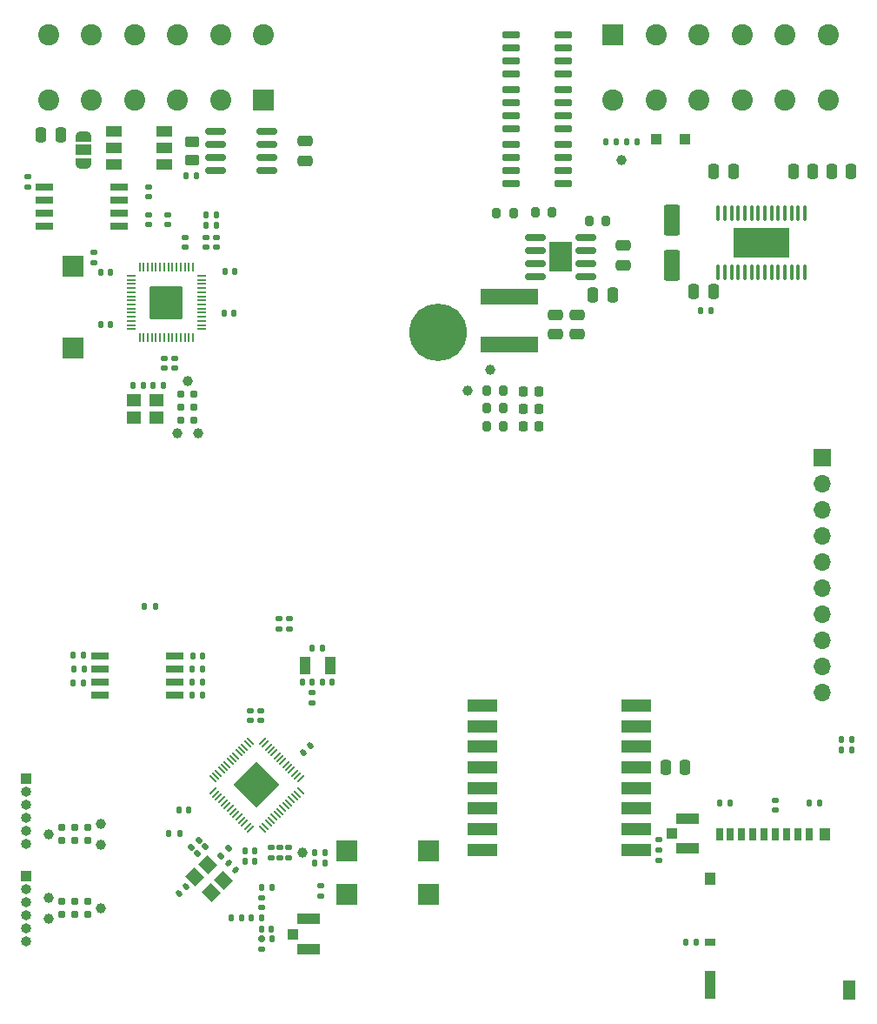
<source format=gbr>
%TF.GenerationSoftware,KiCad,Pcbnew,(6.0.2)*%
%TF.CreationDate,2022-05-18T10:59:20-06:00*%
%TF.ProjectId,RGB-controller,5247422d-636f-46e7-9472-6f6c6c65722e,rev?*%
%TF.SameCoordinates,Original*%
%TF.FileFunction,Soldermask,Top*%
%TF.FilePolarity,Negative*%
%FSLAX46Y46*%
G04 Gerber Fmt 4.6, Leading zero omitted, Abs format (unit mm)*
G04 Created by KiCad (PCBNEW (6.0.2)) date 2022-05-18 10:59:20*
%MOMM*%
%LPD*%
G01*
G04 APERTURE LIST*
G04 Aperture macros list*
%AMRoundRect*
0 Rectangle with rounded corners*
0 $1 Rounding radius*
0 $2 $3 $4 $5 $6 $7 $8 $9 X,Y pos of 4 corners*
0 Add a 4 corners polygon primitive as box body*
4,1,4,$2,$3,$4,$5,$6,$7,$8,$9,$2,$3,0*
0 Add four circle primitives for the rounded corners*
1,1,$1+$1,$2,$3*
1,1,$1+$1,$4,$5*
1,1,$1+$1,$6,$7*
1,1,$1+$1,$8,$9*
0 Add four rect primitives between the rounded corners*
20,1,$1+$1,$2,$3,$4,$5,0*
20,1,$1+$1,$4,$5,$6,$7,0*
20,1,$1+$1,$6,$7,$8,$9,0*
20,1,$1+$1,$8,$9,$2,$3,0*%
%AMRotRect*
0 Rectangle, with rotation*
0 The origin of the aperture is its center*
0 $1 length*
0 $2 width*
0 $3 Rotation angle, in degrees counterclockwise*
0 Add horizontal line*
21,1,$1,$2,0,0,$3*%
%AMFreePoly0*
4,1,22,0.550000,-0.750000,0.000000,-0.750000,0.000000,-0.745033,-0.079941,-0.743568,-0.215256,-0.701293,-0.333266,-0.622738,-0.424486,-0.514219,-0.481581,-0.384460,-0.499164,-0.250000,-0.500000,-0.250000,-0.500000,0.250000,-0.499164,0.250000,-0.499963,0.256109,-0.478152,0.396186,-0.417904,0.524511,-0.324060,0.630769,-0.204165,0.706417,-0.067858,0.745374,0.000000,0.744959,0.000000,0.750000,
0.550000,0.750000,0.550000,-0.750000,0.550000,-0.750000,$1*%
%AMFreePoly1*
4,1,20,0.000000,0.744959,0.073905,0.744508,0.209726,0.703889,0.328688,0.626782,0.421226,0.519385,0.479903,0.390333,0.500000,0.250000,0.500000,-0.250000,0.499851,-0.262216,0.476331,-0.402017,0.414519,-0.529596,0.319384,-0.634700,0.198574,-0.708877,0.061801,-0.746166,0.000000,-0.745033,0.000000,-0.750000,-0.550000,-0.750000,-0.550000,0.750000,0.000000,0.750000,0.000000,0.744959,
0.000000,0.744959,$1*%
G04 Aperture macros list end*
%ADD10R,0.700000X1.200000*%
%ADD11R,1.000000X1.200000*%
%ADD12R,1.300000X1.900000*%
%ADD13R,1.000000X2.800000*%
%ADD14R,1.000000X0.800000*%
%ADD15RoundRect,0.250000X0.250000X0.475000X-0.250000X0.475000X-0.250000X-0.475000X0.250000X-0.475000X0*%
%ADD16RoundRect,0.140000X-0.140000X-0.170000X0.140000X-0.170000X0.140000X0.170000X-0.140000X0.170000X0*%
%ADD17R,5.700000X1.600000*%
%ADD18RoundRect,0.250000X-0.475000X0.250000X-0.475000X-0.250000X0.475000X-0.250000X0.475000X0.250000X0*%
%ADD19RoundRect,0.140000X-0.021213X0.219203X-0.219203X0.021213X0.021213X-0.219203X0.219203X-0.021213X0*%
%ADD20RoundRect,0.140000X0.170000X-0.140000X0.170000X0.140000X-0.170000X0.140000X-0.170000X-0.140000X0*%
%ADD21C,0.990600*%
%ADD22C,0.787400*%
%ADD23RoundRect,0.150000X0.825000X0.150000X-0.825000X0.150000X-0.825000X-0.150000X0.825000X-0.150000X0*%
%ADD24RoundRect,0.140000X-0.219203X-0.021213X-0.021213X-0.219203X0.219203X0.021213X0.021213X0.219203X0*%
%ADD25RoundRect,0.200000X-0.200000X-0.275000X0.200000X-0.275000X0.200000X0.275000X-0.200000X0.275000X0*%
%ADD26R,1.000000X1.000000*%
%ADD27O,1.000000X1.000000*%
%ADD28RoundRect,0.250000X-0.550000X1.250000X-0.550000X-1.250000X0.550000X-1.250000X0.550000X1.250000X0*%
%ADD29RoundRect,0.135000X-0.035355X0.226274X-0.226274X0.035355X0.035355X-0.226274X0.226274X-0.035355X0*%
%ADD30R,1.400000X1.200000*%
%ADD31RoundRect,0.135000X0.135000X0.185000X-0.135000X0.185000X-0.135000X-0.185000X0.135000X-0.185000X0*%
%ADD32FreePoly0,90.000000*%
%ADD33R,1.500000X1.000000*%
%ADD34FreePoly1,90.000000*%
%ADD35R,1.700000X0.650000*%
%ADD36RoundRect,0.140000X0.140000X0.170000X-0.140000X0.170000X-0.140000X-0.170000X0.140000X-0.170000X0*%
%ADD37R,3.000000X1.200000*%
%ADD38RoundRect,0.135000X-0.185000X0.135000X-0.185000X-0.135000X0.185000X-0.135000X0.185000X0.135000X0*%
%ADD39R,2.200000X1.050000*%
%ADD40R,1.050000X1.000000*%
%ADD41RoundRect,0.135000X-0.135000X-0.185000X0.135000X-0.185000X0.135000X0.185000X-0.135000X0.185000X0*%
%ADD42C,1.000000*%
%ADD43RoundRect,0.147500X-0.172500X0.147500X-0.172500X-0.147500X0.172500X-0.147500X0.172500X0.147500X0*%
%ADD44RoundRect,0.135000X0.185000X-0.135000X0.185000X0.135000X-0.185000X0.135000X-0.185000X-0.135000X0*%
%ADD45RoundRect,0.140000X-0.170000X0.140000X-0.170000X-0.140000X0.170000X-0.140000X0.170000X0.140000X0*%
%ADD46R,1.100000X1.100000*%
%ADD47RoundRect,0.050000X0.309359X-0.238649X-0.238649X0.309359X-0.309359X0.238649X0.238649X-0.309359X0*%
%ADD48RoundRect,0.050000X0.309359X0.238649X0.238649X0.309359X-0.309359X-0.238649X-0.238649X-0.309359X0*%
%ADD49RoundRect,0.144000X2.059095X0.000000X0.000000X2.059095X-2.059095X0.000000X0.000000X-2.059095X0*%
%ADD50R,2.056000X2.056000*%
%ADD51C,2.056000*%
%ADD52RoundRect,0.150000X-0.725000X-0.150000X0.725000X-0.150000X0.725000X0.150000X-0.725000X0.150000X0*%
%ADD53RoundRect,0.250000X0.475000X-0.250000X0.475000X0.250000X-0.475000X0.250000X-0.475000X-0.250000X0*%
%ADD54RoundRect,0.218750X-0.218750X-0.256250X0.218750X-0.256250X0.218750X0.256250X-0.218750X0.256250X0*%
%ADD55RoundRect,0.147500X0.147500X0.172500X-0.147500X0.172500X-0.147500X-0.172500X0.147500X-0.172500X0*%
%ADD56R,2.290000X3.000000*%
%ADD57R,2.000000X2.000000*%
%ADD58RoundRect,0.200000X0.200000X0.275000X-0.200000X0.275000X-0.200000X-0.275000X0.200000X-0.275000X0*%
%ADD59RoundRect,0.135000X0.035355X-0.226274X0.226274X-0.035355X-0.035355X0.226274X-0.226274X0.035355X0*%
%ADD60RoundRect,0.140000X0.021213X-0.219203X0.219203X-0.021213X-0.021213X0.219203X-0.219203X0.021213X0*%
%ADD61C,5.600000*%
%ADD62R,1.000000X1.800000*%
%ADD63RoundRect,0.100000X-0.100000X0.637500X-0.100000X-0.637500X0.100000X-0.637500X0.100000X0.637500X0*%
%ADD64R,5.400000X2.850000*%
%ADD65R,1.700000X1.700000*%
%ADD66O,1.700000X1.700000*%
%ADD67RotRect,1.400000X1.200000X135.000000*%
%ADD68RoundRect,0.250000X-0.450000X0.262500X-0.450000X-0.262500X0.450000X-0.262500X0.450000X0.262500X0*%
%ADD69RoundRect,0.050000X-0.387500X-0.050000X0.387500X-0.050000X0.387500X0.050000X-0.387500X0.050000X0*%
%ADD70RoundRect,0.050000X-0.050000X-0.387500X0.050000X-0.387500X0.050000X0.387500X-0.050000X0.387500X0*%
%ADD71RoundRect,0.144000X-1.456000X-1.456000X1.456000X-1.456000X1.456000X1.456000X-1.456000X1.456000X0*%
G04 APERTURE END LIST*
D10*
%TO.C,J3*%
X103085000Y-122845003D03*
X101985000Y-122845003D03*
X100885000Y-122845003D03*
X99785000Y-122845003D03*
X98685000Y-122845003D03*
X97585000Y-122845003D03*
X96485000Y-122845003D03*
X95385000Y-122845003D03*
D11*
X93485000Y-127145003D03*
D12*
X106985000Y-137945003D03*
D13*
X93485000Y-137495003D03*
D11*
X104635000Y-122845003D03*
D14*
X93485000Y-133345003D03*
D10*
X94435000Y-122845003D03*
%TD*%
D15*
%TO.C,C32*%
X83955001Y-70325000D03*
X82055001Y-70325000D03*
%TD*%
D16*
%TO.C,C24*%
X39230000Y-79100000D03*
X40190000Y-79100000D03*
%TD*%
D17*
%TO.C,L6*%
X73950000Y-70480000D03*
X73950000Y-75180000D03*
%TD*%
D18*
%TO.C,C5*%
X53990000Y-55364999D03*
X53990000Y-57264999D03*
%TD*%
D19*
%TO.C,C22*%
X42377559Y-127881163D03*
X41698737Y-128559985D03*
%TD*%
D20*
%TO.C,C16*%
X48680000Y-111760000D03*
X48680000Y-110800000D03*
%TD*%
D21*
%TO.C,TC3*%
X42570000Y-78700000D03*
X43586000Y-83780000D03*
X41554000Y-83780000D03*
D22*
X41935000Y-79970000D03*
X43205000Y-79970000D03*
X41935000Y-81240000D03*
X43205000Y-81240000D03*
X41935000Y-82510000D03*
X43205000Y-82510000D03*
%TD*%
D23*
%TO.C,U3*%
X50270000Y-58230000D03*
X50270000Y-56960000D03*
X50270000Y-55690000D03*
X50270000Y-54420000D03*
X45320000Y-54420000D03*
X45320000Y-55690000D03*
X45320000Y-56960000D03*
X45320000Y-58230000D03*
%TD*%
D16*
%TO.C,C21*%
X46850000Y-130980000D03*
X47810000Y-130980000D03*
%TD*%
D24*
%TO.C,C18*%
X46580589Y-125610589D03*
X47259411Y-126289411D03*
%TD*%
D25*
%TO.C,R34*%
X72650000Y-62325000D03*
X74300000Y-62325000D03*
%TD*%
D26*
%TO.C,J6*%
X26850000Y-126890000D03*
D27*
X26850000Y-128160000D03*
X26850000Y-129430000D03*
X26850000Y-130700000D03*
X26850000Y-131970000D03*
X26850000Y-133240000D03*
%TD*%
D28*
%TO.C,C47*%
X89745000Y-63074999D03*
X89745000Y-67474999D03*
%TD*%
D29*
%TO.C,R26*%
X43670624Y-123379376D03*
X42949376Y-124100624D03*
%TD*%
D30*
%TO.C,Y4*%
X39500000Y-80520000D03*
X37300000Y-80520000D03*
X37300000Y-82220000D03*
X39500000Y-82220000D03*
%TD*%
D20*
%TO.C,C33*%
X42330000Y-65660000D03*
X42330000Y-64700000D03*
%TD*%
D31*
%TO.C,R31*%
X84355000Y-55424999D03*
X83335000Y-55424999D03*
%TD*%
D15*
%TO.C,C46*%
X107185001Y-58335000D03*
X105285001Y-58335000D03*
%TD*%
D32*
%TO.C,JP2*%
X32440000Y-57500000D03*
D33*
X32440000Y-56200000D03*
D34*
X32440000Y-54900000D03*
%TD*%
D35*
%TO.C,U5*%
X34028163Y-105482086D03*
X34028163Y-106752086D03*
X34028163Y-108022086D03*
X34028163Y-109292086D03*
X41328163Y-109292086D03*
X41328163Y-108022086D03*
X41328163Y-106752086D03*
X41328163Y-105482086D03*
%TD*%
D31*
%TO.C,R43*%
X107240000Y-113550000D03*
X106220000Y-113550000D03*
%TD*%
D36*
%TO.C,C50*%
X35070000Y-68130000D03*
X34110000Y-68130000D03*
%TD*%
D21*
%TO.C,TC4*%
X34140000Y-121754000D03*
X34140000Y-123786000D03*
X29060000Y-122770000D03*
D22*
X30330000Y-123405000D03*
X30330000Y-122135000D03*
X31600000Y-123405000D03*
X31600000Y-122135000D03*
X32870000Y-123405000D03*
X32870000Y-122135000D03*
%TD*%
D15*
%TO.C,C45*%
X91024999Y-116250002D03*
X89124999Y-116250002D03*
%TD*%
D37*
%TO.C,U9*%
X71275000Y-110300000D03*
X71275000Y-112300000D03*
X71275000Y-114300000D03*
X71275000Y-116300000D03*
X71275000Y-118300000D03*
X71275000Y-120300000D03*
X71275000Y-122300000D03*
X71275000Y-124300000D03*
X86275000Y-124300000D03*
X86275000Y-122300000D03*
X86275000Y-120300000D03*
X86275000Y-118300000D03*
X86275000Y-116300000D03*
X86275000Y-114300000D03*
X86275000Y-112300000D03*
X86275000Y-110300000D03*
%TD*%
D38*
%TO.C,R8*%
X54720000Y-109000000D03*
X54720000Y-110020000D03*
%TD*%
D36*
%TO.C,C23*%
X54721644Y-108019382D03*
X53761644Y-108019382D03*
%TD*%
%TO.C,C49*%
X35050000Y-73190000D03*
X34090000Y-73190000D03*
%TD*%
D39*
%TO.C,J7*%
X54335000Y-131035000D03*
D40*
X52810000Y-132510000D03*
D39*
X54335000Y-133985000D03*
%TD*%
D29*
%TO.C,R27*%
X44260000Y-123980000D03*
X43538752Y-124701248D03*
%TD*%
D41*
%TO.C,R24*%
X91134999Y-133340002D03*
X92154999Y-133340002D03*
%TD*%
D20*
%TO.C,C38*%
X44380000Y-65660000D03*
X44380000Y-64700000D03*
%TD*%
D36*
%TO.C,C26*%
X38250000Y-79090000D03*
X37290000Y-79090000D03*
%TD*%
D15*
%TO.C,C43*%
X103455000Y-58335000D03*
X101555000Y-58335000D03*
%TD*%
D42*
%TO.C,TP3*%
X84855000Y-57155000D03*
%TD*%
D41*
%TO.C,R39*%
X92530000Y-71860000D03*
X93550000Y-71860000D03*
%TD*%
D16*
%TO.C,C40*%
X46100000Y-72060000D03*
X47060000Y-72060000D03*
%TD*%
D43*
%TO.C,L3*%
X49770000Y-128965000D03*
X49770000Y-129935000D03*
%TD*%
D44*
%TO.C,R32*%
X88504999Y-124310002D03*
X88504999Y-123290002D03*
%TD*%
D45*
%TO.C,C10*%
X50720000Y-124100000D03*
X50720000Y-125060000D03*
%TD*%
D38*
%TO.C,R37*%
X27040000Y-58810000D03*
X27040000Y-59830000D03*
%TD*%
D41*
%TO.C,R38*%
X38390000Y-100610000D03*
X39410000Y-100610000D03*
%TD*%
%TO.C,R15*%
X31440000Y-105400000D03*
X32460000Y-105400000D03*
%TD*%
D31*
%TO.C,R28*%
X50780000Y-133000000D03*
X49760000Y-133000000D03*
%TD*%
D46*
%TO.C,D5*%
X91032500Y-55180000D03*
X88232500Y-55180000D03*
%TD*%
D39*
%TO.C,J2*%
X91304999Y-121255002D03*
D40*
X89779999Y-122730002D03*
D39*
X91304999Y-124205002D03*
%TD*%
D20*
%TO.C,C29*%
X38770000Y-63480000D03*
X38770000Y-62520000D03*
%TD*%
D47*
%TO.C,U4*%
X49872202Y-122289157D03*
X50155045Y-122006314D03*
X50437887Y-121723472D03*
X50720730Y-121440629D03*
X51003573Y-121157786D03*
X51286415Y-120874944D03*
X51569258Y-120592101D03*
X51852101Y-120309258D03*
X52134944Y-120026415D03*
X52417786Y-119743573D03*
X52700629Y-119460730D03*
X52983472Y-119177887D03*
X53266314Y-118895045D03*
X53549157Y-118612202D03*
D48*
X53549157Y-117427798D03*
X53266314Y-117144955D03*
X52983472Y-116862113D03*
X52700629Y-116579270D03*
X52417786Y-116296427D03*
X52134944Y-116013585D03*
X51852101Y-115730742D03*
X51569258Y-115447899D03*
X51286415Y-115165056D03*
X51003573Y-114882214D03*
X50720730Y-114599371D03*
X50437887Y-114316528D03*
X50155045Y-114033686D03*
X49872202Y-113750843D03*
D47*
X48687798Y-113750843D03*
X48404955Y-114033686D03*
X48122113Y-114316528D03*
X47839270Y-114599371D03*
X47556427Y-114882214D03*
X47273585Y-115165056D03*
X46990742Y-115447899D03*
X46707899Y-115730742D03*
X46425056Y-116013585D03*
X46142214Y-116296427D03*
X45859371Y-116579270D03*
X45576528Y-116862113D03*
X45293686Y-117144955D03*
X45010843Y-117427798D03*
D48*
X45010843Y-118612202D03*
X45293686Y-118895045D03*
X45576528Y-119177887D03*
X45859371Y-119460730D03*
X46142214Y-119743573D03*
X46425056Y-120026415D03*
X46707899Y-120309258D03*
X46990742Y-120592101D03*
X47273585Y-120874944D03*
X47556427Y-121157786D03*
X47839270Y-121440629D03*
X48122113Y-121723472D03*
X48404955Y-122006314D03*
X48687798Y-122289157D03*
D49*
X49280000Y-118020000D03*
%TD*%
D20*
%TO.C,C28*%
X99780000Y-120450000D03*
X99780000Y-119490000D03*
%TD*%
D50*
%TO.C,J4*%
X84025000Y-45040000D03*
D51*
X88215000Y-45040000D03*
X92405000Y-45040000D03*
X96595000Y-45040000D03*
X100785000Y-45040000D03*
X104975000Y-45040000D03*
X104975000Y-51390000D03*
X100785000Y-51390000D03*
X96595000Y-51390000D03*
X92405000Y-51390000D03*
X88215000Y-51390000D03*
X84025000Y-51390000D03*
D50*
X49975000Y-51390000D03*
D51*
X45785000Y-51390000D03*
X41595000Y-51390000D03*
X37405000Y-51390000D03*
X33215000Y-51390000D03*
X29025000Y-51390000D03*
X29025000Y-45040000D03*
X33215000Y-45040000D03*
X37405000Y-45040000D03*
X41595000Y-45040000D03*
X45785000Y-45040000D03*
X49975000Y-45040000D03*
%TD*%
D52*
%TO.C,Q4*%
X74050000Y-55669999D03*
X74050000Y-56939999D03*
X74050000Y-58209999D03*
X74050000Y-59479999D03*
X79200000Y-59479999D03*
X79200000Y-58209999D03*
X79200000Y-56939999D03*
X79200000Y-55669999D03*
%TD*%
D53*
%TO.C,C39*%
X80495000Y-74155000D03*
X80495000Y-72255000D03*
%TD*%
D54*
%TO.C,D4*%
X75234998Y-83075001D03*
X76809998Y-83075001D03*
%TD*%
D16*
%TO.C,C13*%
X48130000Y-124390000D03*
X49090000Y-124390000D03*
%TD*%
D55*
%TO.C,L4*%
X49775000Y-130960000D03*
X48805000Y-130960000D03*
%TD*%
D38*
%TO.C,R4*%
X55540000Y-127800000D03*
X55540000Y-128820000D03*
%TD*%
D23*
%TO.C,U8*%
X81380000Y-68510000D03*
X81380000Y-67240000D03*
X81380000Y-65970000D03*
X81380000Y-64700000D03*
X76430000Y-64700000D03*
X76430000Y-65970000D03*
X76430000Y-67240000D03*
X76430000Y-68510000D03*
D56*
X78905000Y-66605000D03*
%TD*%
D42*
%TO.C,TP4*%
X69880000Y-79620000D03*
%TD*%
D41*
%TO.C,R44*%
X94360000Y-119760000D03*
X95380000Y-119760000D03*
%TD*%
D57*
%TO.C,SW3*%
X58050000Y-124390000D03*
X66050000Y-124390000D03*
%TD*%
D58*
%TO.C,R19*%
X73342499Y-81350001D03*
X71692499Y-81350001D03*
%TD*%
D31*
%TO.C,R40*%
X107240000Y-114590000D03*
X106220000Y-114590000D03*
%TD*%
%TO.C,R12*%
X32480000Y-106750000D03*
X31460000Y-106750000D03*
%TD*%
D41*
%TO.C,R6*%
X40760000Y-122730000D03*
X41780000Y-122730000D03*
%TD*%
D44*
%TO.C,R22*%
X49760000Y-134000000D03*
X49760000Y-132980000D03*
%TD*%
D57*
%TO.C,SW2*%
X58040000Y-128660000D03*
X66040000Y-128660000D03*
%TD*%
D31*
%TO.C,R10*%
X32463164Y-108112087D03*
X31443164Y-108112087D03*
%TD*%
D54*
%TO.C,D2*%
X75224998Y-79700000D03*
X76799998Y-79700000D03*
%TD*%
D38*
%TO.C,R33*%
X88502499Y-124307502D03*
X88502499Y-125327502D03*
%TD*%
D58*
%TO.C,R23*%
X83340000Y-63095000D03*
X81690000Y-63095000D03*
%TD*%
D25*
%TO.C,R35*%
X76420000Y-62315000D03*
X78070000Y-62315000D03*
%TD*%
D44*
%TO.C,R17*%
X51480000Y-102860000D03*
X51480000Y-101840000D03*
%TD*%
D38*
%TO.C,R36*%
X33422679Y-66170000D03*
X33422679Y-67190000D03*
%TD*%
D31*
%TO.C,R42*%
X45410000Y-63570000D03*
X44390000Y-63570000D03*
%TD*%
D35*
%TO.C,U7*%
X28580000Y-59825000D03*
X28580000Y-61095000D03*
X28580000Y-62365000D03*
X28580000Y-63635000D03*
X35880000Y-63635000D03*
X35880000Y-62365000D03*
X35880000Y-61095000D03*
X35880000Y-59825000D03*
%TD*%
D58*
%TO.C,R20*%
X73342498Y-83075001D03*
X71692498Y-83075001D03*
%TD*%
D41*
%TO.C,R9*%
X43003163Y-106762087D03*
X44023163Y-106762087D03*
%TD*%
D52*
%TO.C,Q3*%
X74049999Y-50350001D03*
X74049999Y-51620001D03*
X74049999Y-52890001D03*
X74049999Y-54160001D03*
X79199999Y-54160001D03*
X79199999Y-52890001D03*
X79199999Y-51620001D03*
X79199999Y-50350001D03*
%TD*%
D16*
%TO.C,C4*%
X43053164Y-105477088D03*
X44013164Y-105477088D03*
%TD*%
D31*
%TO.C,R45*%
X104100000Y-119760000D03*
X103080000Y-119760000D03*
%TD*%
%TO.C,R41*%
X45410000Y-62520000D03*
X44390000Y-62520000D03*
%TD*%
D20*
%TO.C,C14*%
X49679998Y-111759998D03*
X49679998Y-110799998D03*
%TD*%
D58*
%TO.C,R18*%
X73332499Y-79660000D03*
X71682499Y-79660000D03*
%TD*%
D31*
%TO.C,R21*%
X55670001Y-104667696D03*
X54650001Y-104667696D03*
%TD*%
D45*
%TO.C,C48*%
X40320000Y-76480000D03*
X40320000Y-77440000D03*
%TD*%
D59*
%TO.C,R7*%
X45799376Y-124920624D03*
X46520624Y-124199376D03*
%TD*%
D60*
%TO.C,C7*%
X53871330Y-114877518D03*
X54550152Y-114198696D03*
%TD*%
D31*
%TO.C,R30*%
X86325000Y-55424999D03*
X85305000Y-55424999D03*
%TD*%
D45*
%TO.C,C12*%
X51540000Y-124100000D03*
X51540000Y-125060000D03*
%TD*%
D41*
%TO.C,R25*%
X54980000Y-124550000D03*
X56000000Y-124550000D03*
%TD*%
D44*
%TO.C,R16*%
X52530000Y-102860000D03*
X52530000Y-101840000D03*
%TD*%
D16*
%TO.C,C52*%
X46220000Y-68050000D03*
X47180000Y-68050000D03*
%TD*%
D45*
%TO.C,C31*%
X41350000Y-76480000D03*
X41350000Y-77440000D03*
%TD*%
D16*
%TO.C,C19*%
X55684142Y-108005240D03*
X56644142Y-108005240D03*
%TD*%
D36*
%TO.C,C37*%
X55940000Y-125610000D03*
X54980000Y-125610000D03*
%TD*%
%TO.C,C17*%
X50770000Y-127960000D03*
X49810000Y-127960000D03*
%TD*%
D53*
%TO.C,C25*%
X85025000Y-67405000D03*
X85025000Y-65505000D03*
%TD*%
D42*
%TO.C,TP2*%
X53800000Y-124550000D03*
%TD*%
D20*
%TO.C,C51*%
X40630000Y-63480000D03*
X40630000Y-62520000D03*
%TD*%
D61*
%TO.C,H1*%
X67000000Y-74000000D03*
%TD*%
D62*
%TO.C,Y3*%
X56500001Y-106397695D03*
X54000001Y-106397695D03*
%TD*%
D41*
%TO.C,R11*%
X43003164Y-108022086D03*
X44023164Y-108022086D03*
%TD*%
D33*
%TO.C,U6*%
X35390000Y-54440000D03*
X35390000Y-56040000D03*
X35390000Y-57640000D03*
X40290000Y-57640000D03*
X40290000Y-56040000D03*
X40290000Y-54440000D03*
%TD*%
D41*
%TO.C,R13*%
X43003162Y-109262088D03*
X44023162Y-109262088D03*
%TD*%
D45*
%TO.C,C11*%
X52370000Y-124100000D03*
X52370000Y-125060000D03*
%TD*%
D20*
%TO.C,C35*%
X45410000Y-65660000D03*
X45410000Y-64700000D03*
%TD*%
D42*
%TO.C,TP7*%
X72065000Y-77585000D03*
%TD*%
D54*
%TO.C,D3*%
X75234998Y-81389999D03*
X76809998Y-81389999D03*
%TD*%
D53*
%TO.C,C41*%
X78425000Y-74155000D03*
X78425000Y-72255000D03*
%TD*%
D26*
%TO.C,J8*%
X26830000Y-117410000D03*
D27*
X26830000Y-118680000D03*
X26830000Y-119950000D03*
X26830000Y-121220000D03*
X26830000Y-122490000D03*
X26830000Y-123760000D03*
%TD*%
D21*
%TO.C,TC2*%
X29060000Y-130986000D03*
X34140000Y-129970000D03*
X29060000Y-128954000D03*
D22*
X32870000Y-129335000D03*
X32870000Y-130605000D03*
X31600000Y-129335000D03*
X31600000Y-130605000D03*
X30330000Y-129335000D03*
X30330000Y-130605000D03*
%TD*%
D63*
%TO.C,U10*%
X102701500Y-62362500D03*
X102051500Y-62362500D03*
X101401500Y-62362500D03*
X100751500Y-62362500D03*
X100101500Y-62362500D03*
X99451500Y-62362500D03*
X98801500Y-62362500D03*
X98151500Y-62362500D03*
X97501500Y-62362500D03*
X96851500Y-62362500D03*
X96201500Y-62362500D03*
X95551500Y-62362500D03*
X94901500Y-62362500D03*
X94251500Y-62362500D03*
X94251500Y-68087500D03*
X94901500Y-68087500D03*
X95551500Y-68087500D03*
X96201500Y-68087500D03*
X96851500Y-68087500D03*
X97501500Y-68087500D03*
X98151500Y-68087500D03*
X98801500Y-68087500D03*
X99451500Y-68087500D03*
X100101500Y-68087500D03*
X100751500Y-68087500D03*
X101401500Y-68087500D03*
X102051500Y-68087500D03*
X102701500Y-68087500D03*
D64*
X98476500Y-65225000D03*
%TD*%
D65*
%TO.C,J5*%
X104430000Y-86190000D03*
D66*
X104430000Y-88730000D03*
X104430000Y-91270000D03*
X104430000Y-93810000D03*
X104430000Y-96350000D03*
X104430000Y-98890000D03*
X104430000Y-101430000D03*
X104430000Y-103970000D03*
X104430000Y-106510000D03*
X104430000Y-109050000D03*
%TD*%
D31*
%TO.C,R14*%
X43460000Y-58740000D03*
X42440000Y-58740000D03*
%TD*%
D15*
%TO.C,C42*%
X93765000Y-70004999D03*
X91865000Y-70004999D03*
%TD*%
%TO.C,C44*%
X95745000Y-58335000D03*
X93845000Y-58335000D03*
%TD*%
D16*
%TO.C,C15*%
X48140000Y-125420000D03*
X49100000Y-125420000D03*
%TD*%
D67*
%TO.C,Y2*%
X46048858Y-127316777D03*
X44493223Y-125761142D03*
X43291142Y-126963223D03*
X44846777Y-128518858D03*
%TD*%
D15*
%TO.C,C6*%
X30210000Y-54750000D03*
X28310000Y-54750000D03*
%TD*%
D68*
%TO.C,R3*%
X42989999Y-55407500D03*
X42989999Y-57232500D03*
%TD*%
D45*
%TO.C,C9*%
X38770000Y-59810000D03*
X38770000Y-60770000D03*
%TD*%
D57*
%TO.C,SW4*%
X31422679Y-75490000D03*
X31422679Y-67490000D03*
%TD*%
D36*
%TO.C,C8*%
X42655000Y-120470000D03*
X41695000Y-120470000D03*
%TD*%
D52*
%TO.C,Q2*%
X74050000Y-45010000D03*
X74050000Y-46280000D03*
X74050000Y-47550000D03*
X74050000Y-48820000D03*
X79200000Y-48820000D03*
X79200000Y-47550000D03*
X79200000Y-46280000D03*
X79200000Y-45010000D03*
%TD*%
D36*
%TO.C,C20*%
X50720000Y-132000000D03*
X49760000Y-132000000D03*
%TD*%
D69*
%TO.C,U11*%
X37052500Y-68450000D03*
X37052500Y-68850000D03*
X37052500Y-69250000D03*
X37052500Y-69650000D03*
X37052500Y-70050000D03*
X37052500Y-70450000D03*
X37052500Y-70850000D03*
X37052500Y-71250000D03*
X37052500Y-71650000D03*
X37052500Y-72050000D03*
X37052500Y-72450000D03*
X37052500Y-72850000D03*
X37052500Y-73250000D03*
X37052500Y-73650000D03*
D70*
X37890000Y-74487500D03*
X38290000Y-74487500D03*
X38690000Y-74487500D03*
X39090000Y-74487500D03*
X39490000Y-74487500D03*
X39890000Y-74487500D03*
X40290000Y-74487500D03*
X40690000Y-74487500D03*
X41090000Y-74487500D03*
X41490000Y-74487500D03*
X41890000Y-74487500D03*
X42290000Y-74487500D03*
X42690000Y-74487500D03*
X43090000Y-74487500D03*
D69*
X43927500Y-73650000D03*
X43927500Y-73250000D03*
X43927500Y-72850000D03*
X43927500Y-72450000D03*
X43927500Y-72050000D03*
X43927500Y-71650000D03*
X43927500Y-71250000D03*
X43927500Y-70850000D03*
X43927500Y-70450000D03*
X43927500Y-70050000D03*
X43927500Y-69650000D03*
X43927500Y-69250000D03*
X43927500Y-68850000D03*
X43927500Y-68450000D03*
D70*
X43090000Y-67612500D03*
X42690000Y-67612500D03*
X42290000Y-67612500D03*
X41890000Y-67612500D03*
X41490000Y-67612500D03*
X41090000Y-67612500D03*
X40690000Y-67612500D03*
X40290000Y-67612500D03*
X39890000Y-67612500D03*
X39490000Y-67612500D03*
X39090000Y-67612500D03*
X38690000Y-67612500D03*
X38290000Y-67612500D03*
X37890000Y-67612500D03*
D71*
X40490000Y-71050000D03*
%TD*%
M02*

</source>
